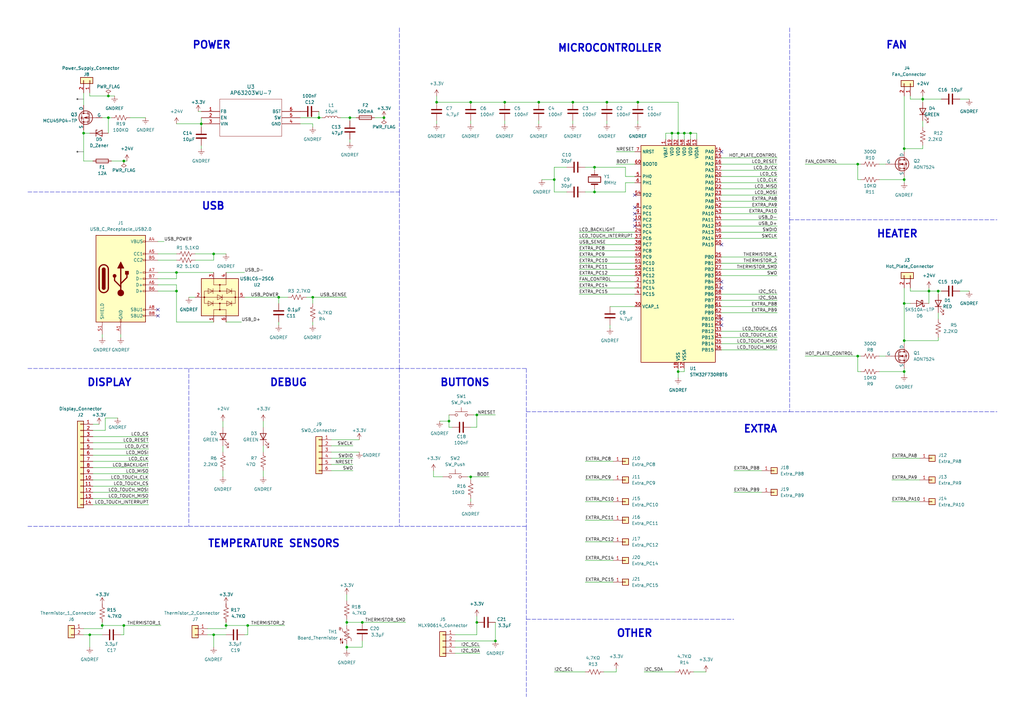
<source format=kicad_sch>
(kicad_sch (version 20230121) (generator eeschema)
  (paper "A3")
  (title_block (title "Hot plate controller") (date "2023-12-29") (rev "1.0") (company "Angelo Cipriani"))
  (junction (at 381 119.38))
  (junction (at 227.33 73.66))
  (junction (at 184.15 172.72))
  (junction (at 203.2 262.89))
  (junction (at 370.84 60.96))
  (junction (at 278.13 152.4))
  (junction (at 193.04 41.91))
  (junction (at 143.51 48.26))
  (junction (at 148.59 255.27))
  (junction (at 370.84 124.46))
  (junction (at 101.6 256.54))
  (junction (at 370.84 152.4))
  (junction (at 82.55 50.8))
  (junction (at 92.71 256.54))
  (junction (at 87.63 104.14))
  (junction (at 195.58 170.18))
  (junction (at 351.79 67.31))
  (junction (at 87.63 260.35))
  (junction (at 128.27 121.92))
  (junction (at 280.67 54.61))
  (junction (at 261.62 41.91))
  (junction (at 179.07 41.91))
  (junction (at 248.92 41.91))
  (junction (at 41.91 256.54))
  (junction (at 378.46 40.64))
  (junction (at 243.84 68.58))
  (junction (at 351.79 146.05))
  (junction (at 157.48 48.26))
  (junction (at 50.8 256.54))
  (junction (at 44.45 39.37))
  (junction (at 34.29 54.61))
  (junction (at 72.39 119.38))
  (junction (at 220.98 41.91))
  (junction (at 234.95 41.91))
  (junction (at 243.84 78.74))
  (junction (at 275.59 54.61))
  (junction (at 384.81 119.38))
  (junction (at 44.45 48.26))
  (junction (at 36.83 260.35))
  (junction (at 142.24 255.27))
  (junction (at 50.8 66.04))
  (junction (at 278.13 54.61))
  (junction (at 283.21 54.61))
  (junction (at 370.84 139.7))
  (junction (at 114.3 121.92))
  (junction (at 142.24 265.43))
  (junction (at 370.84 73.66))
  (junction (at 195.58 255.27))
  (junction (at 72.39 111.76))
  (junction (at 207.01 41.91))
  (junction (at 130.81 48.26))
  (junction (at 193.04 195.58))
  (no_connect (at 260.35 87.63))
  (no_connect (at 64.77 129.54))
  (no_connect (at 295.91 118.11))
  (no_connect (at 295.91 62.23))
  (no_connect (at 295.91 115.57))
  (no_connect (at 295.91 130.81))
  (no_connect (at 260.35 90.17))
  (no_connect (at 260.35 92.71))
  (no_connect (at 260.35 85.09))
  (no_connect (at 295.91 100.33))
  (no_connect (at 295.91 133.35))
  (no_connect (at 260.35 80.01))
  (no_connect (at 64.77 127))
  (wire (pts (xy 250.19 134.62) (xy 250.19 133.35)))
  (wire (pts (xy 107.95 172.72) (xy 107.95 175.26)))
  (wire (pts (xy 100.33 260.35) (xy 101.6 260.35)))
  (wire (pts (xy 130.81 48.26) (xy 132.08 48.26)))
  (wire (pts (xy 234.95 50.8) (xy 234.95 49.53)))
  (wire (pts (xy 295.91 105.41) (xy 318.77 105.41)))
  (wire (pts (xy 177.8 195.58) (xy 181.61 195.58)))
  (wire (pts (xy 107.95 193.04) (xy 107.95 195.58)))
  (wire (pts (xy 237.49 110.49) (xy 260.35 110.49)))
  (wire (pts (xy 295.91 77.47) (xy 318.77 77.47)))
  (wire (pts (xy 256.54 72.39) (xy 256.54 68.58)))
  (wire (pts (xy 180.34 172.72) (xy 184.15 172.72)))
  (wire (pts (xy 370.84 39.37) (xy 370.84 60.96)))
  (wire (pts (xy 351.79 67.31) (xy 351.79 73.66)))
  (wire (pts (xy 48.26 171.45) (xy 43.18 171.45)))
  (wire (pts (xy 114.3 121.92) (xy 118.11 121.92)))
  (wire (pts (xy 36.83 39.37) (xy 44.45 39.37)))
  (wire (pts (xy 300.99 193.04) (xy 312.42 193.04)))
  (wire (pts (xy 378.46 60.96) (xy 370.84 60.96)))
  (wire (pts (xy 280.67 151.13) (xy 280.67 152.4)))
  (wire (pts (xy 34.29 66.04) (xy 34.29 54.61)))
  (wire (pts (xy 240.03 78.74) (xy 243.84 78.74)))
  (wire (pts (xy 295.91 74.93) (xy 318.77 74.93)))
  (wire (pts (xy 370.84 139.7) (xy 370.84 140.97)))
  (wire (pts (xy 148.59 255.27) (xy 166.37 255.27)))
  (wire (pts (xy 193.04 204.47) (xy 193.04 205.74)))
  (wire (pts (xy 283.21 54.61) (xy 280.67 54.61)))
  (polyline (pts (xy 323.85 90.17) (xy 408.94 90.17)) (stroke (width 0) (type dash)))
  (polyline (pts (xy 11.43 215.9) (xy 77.47 215.9)) (stroke (width 0) (type dash)))
  (wire (pts (xy 203.2 255.27) (xy 203.2 262.89)))
  (wire (pts (xy 220.98 41.91) (xy 234.95 41.91)))
  (wire (pts (xy 240.03 196.85) (xy 251.46 196.85)))
  (wire (pts (xy 38.1 194.31) (xy 60.96 194.31)))
  (wire (pts (xy 130.81 45.72) (xy 130.81 48.26)))
  (wire (pts (xy 50.8 66.04) (xy 52.07 66.04)))
  (wire (pts (xy 289.56 275.59) (xy 284.48 275.59)))
  (polyline (pts (xy 120.65 215.9) (xy 163.83 215.9)) (stroke (width 0) (type dash)))
  (polyline (pts (xy 215.9 215.9) (xy 215.9 285.75)) (stroke (width 0) (type dash)))
  (wire (pts (xy 237.49 107.95) (xy 260.35 107.95)))
  (wire (pts (xy 378.46 40.64) (xy 373.38 40.64)))
  (wire (pts (xy 49.53 137.16) (xy 49.53 138.43)))
  (wire (pts (xy 72.39 116.84) (xy 72.39 119.38)))
  (wire (pts (xy 135.89 182.88) (xy 144.78 182.88)))
  (wire (pts (xy 101.6 256.54) (xy 101.6 260.35)))
  (wire (pts (xy 278.13 152.4) (xy 278.13 154.94)))
  (wire (pts (xy 365.76 196.85) (xy 377.19 196.85)))
  (wire (pts (xy 100.33 121.92) (xy 114.3 121.92)))
  (wire (pts (xy 80.01 106.68) (xy 87.63 106.68)))
  (wire (pts (xy 45.72 66.04) (xy 50.8 66.04)))
  (wire (pts (xy 384.81 128.27) (xy 384.81 130.81)))
  (wire (pts (xy 370.84 118.11) (xy 370.84 124.46)))
  (wire (pts (xy 378.46 59.69) (xy 378.46 60.96)))
  (wire (pts (xy 59.69 48.26) (xy 53.34 48.26)))
  (wire (pts (xy 260.35 72.39) (xy 256.54 72.39)))
  (wire (pts (xy 365.76 205.74) (xy 377.19 205.74)))
  (wire (pts (xy 114.3 133.35) (xy 114.3 132.08)))
  (wire (pts (xy 142.24 265.43) (xy 142.24 264.16)))
  (wire (pts (xy 195.58 252.73) (xy 195.58 255.27)))
  (wire (pts (xy 252.73 62.23) (xy 260.35 62.23)))
  (wire (pts (xy 278.13 151.13) (xy 278.13 152.4)))
  (wire (pts (xy 330.2 146.05) (xy 351.79 146.05)))
  (wire (pts (xy 72.39 111.76) (xy 87.63 111.76)))
  (wire (pts (xy 234.95 41.91) (xy 248.92 41.91)))
  (wire (pts (xy 237.49 113.03) (xy 260.35 113.03)))
  (wire (pts (xy 195.58 260.35) (xy 186.69 260.35)))
  (wire (pts (xy 193.04 50.8) (xy 193.04 49.53)))
  (wire (pts (xy 41.91 255.27) (xy 41.91 256.54)))
  (wire (pts (xy 295.91 123.19) (xy 318.77 123.19)))
  (wire (pts (xy 243.84 78.74) (xy 243.84 77.47)))
  (wire (pts (xy 92.71 132.08) (xy 99.06 132.08)))
  (wire (pts (xy 261.62 41.91) (xy 278.13 41.91)))
  (wire (pts (xy 72.39 119.38) (xy 72.39 132.08)))
  (wire (pts (xy 43.18 171.45) (xy 43.18 176.53)))
  (wire (pts (xy 360.68 146.05) (xy 363.22 146.05)))
  (wire (pts (xy 256.54 74.93) (xy 256.54 78.74)))
  (wire (pts (xy 273.05 54.61) (xy 273.05 57.15)))
  (wire (pts (xy 142.24 121.92) (xy 128.27 121.92)))
  (polyline (pts (xy 163.83 215.9) (xy 215.9 215.9)) (stroke (width 0) (type dash)))
  (wire (pts (xy 38.1 207.01) (xy 60.96 207.01)))
  (wire (pts (xy 36.83 260.35) (xy 41.91 260.35)))
  (wire (pts (xy 34.29 260.35) (xy 36.83 260.35)))
  (wire (pts (xy 240.03 205.74) (xy 251.46 205.74)))
  (wire (pts (xy 256.54 78.74) (xy 243.84 78.74)))
  (wire (pts (xy 128.27 124.46) (xy 128.27 121.92)))
  (wire (pts (xy 38.1 199.39) (xy 60.96 199.39)))
  (wire (pts (xy 72.39 111.76) (xy 72.39 114.3)))
  (wire (pts (xy 41.91 257.81) (xy 34.29 257.81)))
  (wire (pts (xy 60.96 191.77) (xy 38.1 191.77)))
  (polyline (pts (xy 323.85 11.43) (xy 323.85 90.17)) (stroke (width 0) (type dash)))
  (wire (pts (xy 43.18 176.53) (xy 38.1 176.53)))
  (wire (pts (xy 82.55 48.26) (xy 82.55 50.8)))
  (wire (pts (xy 195.58 170.18) (xy 203.2 170.18)))
  (wire (pts (xy 295.91 120.65) (xy 318.77 120.65)))
  (wire (pts (xy 384.81 138.43) (xy 384.81 139.7)))
  (wire (pts (xy 36.83 260.35) (xy 36.83 265.43)))
  (wire (pts (xy 227.33 78.74) (xy 232.41 78.74)))
  (wire (pts (xy 193.04 41.91) (xy 207.01 41.91)))
  (wire (pts (xy 280.67 54.61) (xy 278.13 54.61)))
  (wire (pts (xy 227.33 68.58) (xy 227.33 73.66)))
  (wire (pts (xy 41.91 138.43) (xy 41.91 137.16)))
  (wire (pts (xy 143.51 49.53) (xy 143.51 48.26)))
  (wire (pts (xy 38.1 196.85) (xy 60.96 196.85)))
  (wire (pts (xy 373.38 124.46) (xy 370.84 124.46)))
  (wire (pts (xy 370.84 74.93) (xy 370.84 73.66)))
  (wire (pts (xy 34.29 43.18) (xy 34.29 38.1)))
  (wire (pts (xy 397.51 40.64) (xy 393.7 40.64)))
  (wire (pts (xy 295.91 107.95) (xy 318.77 107.95)))
  (wire (pts (xy 227.33 73.66) (xy 222.25 73.66)))
  (wire (pts (xy 247.65 275.59) (xy 252.73 275.59)))
  (wire (pts (xy 248.92 41.91) (xy 261.62 41.91)))
  (wire (pts (xy 185.42 175.26) (xy 184.15 175.26)))
  (wire (pts (xy 295.91 135.89) (xy 318.77 135.89)))
  (wire (pts (xy 278.13 54.61) (xy 275.59 54.61)))
  (wire (pts (xy 64.77 99.06) (xy 67.31 99.06)))
  (wire (pts (xy 92.71 255.27) (xy 92.71 256.54)))
  (wire (pts (xy 237.49 115.57) (xy 260.35 115.57)))
  (wire (pts (xy 370.84 153.67) (xy 370.84 152.4)))
  (wire (pts (xy 275.59 54.61) (xy 275.59 57.15)))
  (wire (pts (xy 92.71 256.54) (xy 101.6 256.54)))
  (wire (pts (xy 295.91 92.71) (xy 318.77 92.71)))
  (wire (pts (xy 295.91 87.63) (xy 318.77 87.63)))
  (wire (pts (xy 135.89 193.04) (xy 144.78 193.04)))
  (wire (pts (xy 38.1 184.15) (xy 60.96 184.15)))
  (wire (pts (xy 50.8 256.54) (xy 50.8 260.35)))
  (wire (pts (xy 240.03 229.87) (xy 251.46 229.87)))
  (wire (pts (xy 243.84 68.58) (xy 243.84 69.85)))
  (wire (pts (xy 351.79 146.05) (xy 353.06 146.05)))
  (wire (pts (xy 240.03 275.59) (xy 227.33 275.59)))
  (wire (pts (xy 38.1 201.93) (xy 60.96 201.93)))
  (wire (pts (xy 179.07 39.37) (xy 179.07 41.91)))
  (wire (pts (xy 72.39 132.08) (xy 87.63 132.08)))
  (wire (pts (xy 64.77 106.68) (xy 72.39 106.68)))
  (wire (pts (xy 87.63 260.35) (xy 87.63 265.43)))
  (wire (pts (xy 295.91 138.43) (xy 318.77 138.43)))
  (wire (pts (xy 142.24 254) (xy 142.24 255.27)))
  (polyline (pts (xy 163.83 151.13) (xy 215.9 151.13)) (stroke (width 0) (type dash)))
  (wire (pts (xy 148.59 265.43) (xy 142.24 265.43)))
  (wire (pts (xy 123.19 50.8) (xy 128.27 50.8)))
  (wire (pts (xy 252.73 274.32) (xy 252.73 275.59)))
  (wire (pts (xy 260.35 74.93) (xy 256.54 74.93)))
  (wire (pts (xy 373.38 40.64) (xy 373.38 39.37)))
  (wire (pts (xy 237.49 118.11) (xy 260.35 118.11)))
  (wire (pts (xy 186.69 267.97) (xy 196.85 267.97)))
  (wire (pts (xy 378.46 41.91) (xy 378.46 40.64)))
  (wire (pts (xy 186.69 265.43) (xy 196.85 265.43)))
  (wire (pts (xy 370.84 73.66) (xy 370.84 72.39)))
  (wire (pts (xy 295.91 85.09) (xy 318.77 85.09)))
  (wire (pts (xy 87.63 260.35) (xy 92.71 260.35)))
  (wire (pts (xy 91.44 193.04) (xy 91.44 195.58)))
  (wire (pts (xy 92.71 257.81) (xy 85.09 257.81)))
  (wire (pts (xy 87.63 104.14) (xy 92.71 104.14)))
  (wire (pts (xy 193.04 175.26) (xy 195.58 175.26)))
  (wire (pts (xy 381 119.38) (xy 381 124.46)))
  (wire (pts (xy 397.51 119.38) (xy 393.7 119.38)))
  (wire (pts (xy 64.77 116.84) (xy 72.39 116.84)))
  (wire (pts (xy 295.91 125.73) (xy 318.77 125.73)))
  (wire (pts (xy 101.6 256.54) (xy 116.84 256.54)))
  (wire (pts (xy 123.19 48.26) (xy 130.81 48.26)))
  (wire (pts (xy 38.1 186.69) (xy 60.96 186.69)))
  (wire (pts (xy 283.21 54.61) (xy 283.21 57.15)))
  (wire (pts (xy 365.76 187.96) (xy 377.19 187.96)))
  (wire (pts (xy 194.31 170.18) (xy 195.58 170.18)))
  (wire (pts (xy 44.45 48.26) (xy 44.45 54.61)))
  (wire (pts (xy 72.39 50.8) (xy 82.55 50.8)))
  (wire (pts (xy 77.47 121.92) (xy 80.01 121.92)))
  (wire (pts (xy 237.49 95.25) (xy 260.35 95.25)))
  (wire (pts (xy 278.13 54.61) (xy 278.13 57.15)))
  (wire (pts (xy 280.67 54.61) (xy 280.67 57.15)))
  (wire (pts (xy 64.77 104.14) (xy 72.39 104.14)))
  (wire (pts (xy 82.55 60.96) (xy 82.55 59.69)))
  (wire (pts (xy 207.01 41.91) (xy 220.98 41.91)))
  (wire (pts (xy 91.44 182.88) (xy 91.44 185.42)))
  (wire (pts (xy 295.91 67.31) (xy 318.77 67.31)))
  (wire (pts (xy 38.1 179.07) (xy 60.96 179.07)))
  (wire (pts (xy 295.91 143.51) (xy 318.77 143.51)))
  (wire (pts (xy 143.51 48.26) (xy 146.05 48.26)))
  (wire (pts (xy 195.58 255.27) (xy 195.58 260.35)))
  (wire (pts (xy 125.73 121.92) (xy 128.27 121.92)))
  (wire (pts (xy 220.98 50.8) (xy 220.98 49.53)))
  (wire (pts (xy 240.03 222.25) (xy 251.46 222.25)))
  (polyline (pts (xy 77.47 151.13) (xy 77.47 215.9)) (stroke (width 0) (type dash)))
  (wire (pts (xy 240.03 238.76) (xy 251.46 238.76)))
  (polyline (pts (xy 215.9 151.13) (xy 215.9 215.9)) (stroke (width 0) (type dash)))
  (wire (pts (xy 237.49 120.65) (xy 260.35 120.65)))
  (wire (pts (xy 295.91 95.25) (xy 318.77 95.25)))
  (wire (pts (xy 261.62 50.8) (xy 261.62 49.53)))
  (wire (pts (xy 295.91 72.39) (xy 318.77 72.39)))
  (wire (pts (xy 295.91 64.77) (xy 318.77 64.77)))
  (wire (pts (xy 87.63 106.68) (xy 87.63 104.14)))
  (wire (pts (xy 295.91 69.85) (xy 318.77 69.85)))
  (wire (pts (xy 148.59 262.89) (xy 148.59 265.43)))
  (wire (pts (xy 50.8 256.54) (xy 66.04 256.54)))
  (wire (pts (xy 351.79 146.05) (xy 351.79 152.4)))
  (wire (pts (xy 82.55 52.07) (xy 82.55 50.8)))
  (wire (pts (xy 295.91 90.17) (xy 318.77 90.17)))
  (wire (pts (xy 248.92 50.8) (xy 248.92 49.53)))
  (wire (pts (xy 49.53 260.35) (xy 50.8 260.35)))
  (wire (pts (xy 38.1 204.47) (xy 60.96 204.47)))
  (wire (pts (xy 360.68 73.66) (xy 370.84 73.66)))
  (wire (pts (xy 370.84 124.46) (xy 370.84 139.7)))
  (wire (pts (xy 36.83 39.37) (xy 36.83 38.1)))
  (wire (pts (xy 252.73 67.31) (xy 260.35 67.31)))
  (wire (pts (xy 384.81 120.65) (xy 384.81 119.38)))
  (wire (pts (xy 41.91 256.54) (xy 41.91 257.81)))
  (wire (pts (xy 186.69 262.89) (xy 203.2 262.89)))
  (polyline (pts (xy 163.83 151.13) (xy 163.83 215.9)) (stroke (width 0) (type dash)))
  (wire (pts (xy 72.39 114.3) (xy 64.77 114.3)))
  (wire (pts (xy 85.09 260.35) (xy 87.63 260.35)))
  (wire (pts (xy 143.51 48.26) (xy 139.7 48.26)))
  (wire (pts (xy 278.13 41.91) (xy 278.13 54.61)))
  (wire (pts (xy 237.49 102.87) (xy 260.35 102.87)))
  (polyline (pts (xy 215.9 168.91) (xy 323.85 168.91)) (stroke (width 0) (type dash)))
  (wire (pts (xy 38.1 189.23) (xy 60.96 189.23)))
  (wire (pts (xy 64.77 111.76) (xy 72.39 111.76)))
  (wire (pts (xy 370.84 152.4) (xy 370.84 151.13)))
  (wire (pts (xy 80.01 104.14) (xy 87.63 104.14)))
  (wire (pts (xy 142.24 255.27) (xy 142.24 256.54)))
  (wire (pts (xy 143.51 58.42) (xy 143.51 57.15)))
  (wire (pts (xy 330.2 67.31) (xy 351.79 67.31)))
  (wire (pts (xy 370.84 60.96) (xy 370.84 62.23)))
  (wire (pts (xy 275.59 54.61) (xy 273.05 54.61)))
  (wire (pts (xy 237.49 100.33) (xy 260.35 100.33)))
  (polyline (pts (xy 163.83 11.43) (xy 163.83 78.74)) (stroke (width 0) (type dash)))
  (wire (pts (xy 193.04 195.58) (xy 200.66 195.58)))
  (wire (pts (xy 384.81 139.7) (xy 370.84 139.7)))
  (wire (pts (xy 278.13 152.4) (xy 280.67 152.4)))
  (polyline (pts (xy 77.47 215.9) (xy 120.65 215.9)) (stroke (width 0) (type dash)))
  (wire (pts (xy 179.07 50.8) (xy 179.07 49.53)))
  (wire (pts (xy 45.72 48.26) (xy 44.45 48.26)))
  (wire (pts (xy 91.44 172.72) (xy 91.44 175.26)))
  (wire (pts (xy 295.91 80.01) (xy 318.77 80.01)))
  (wire (pts (xy 227.33 78.74) (xy 227.33 73.66)))
  (wire (pts (xy 34.29 54.61) (xy 34.29 53.34)))
  (wire (pts (xy 142.24 255.27) (xy 148.59 255.27)))
  (wire (pts (xy 381 118.11) (xy 381 119.38)))
  (wire (pts (xy 142.24 266.7) (xy 142.24 265.43)))
  (wire (pts (xy 378.46 39.37) (xy 378.46 40.64)))
  (wire (pts (xy 386.08 119.38) (xy 384.81 119.38)))
  (wire (pts (xy 128.27 52.07) (xy 128.27 50.8)))
  (wire (pts (xy 177.8 193.04) (xy 177.8 195.58)))
  (wire (pts (xy 193.04 195.58) (xy 193.04 196.85)))
  (wire (pts (xy 378.46 49.53) (xy 378.46 52.07)))
  (wire (pts (xy 351.79 73.66) (xy 353.06 73.66)))
  (wire (pts (xy 360.68 67.31) (xy 363.22 67.31)))
  (wire (pts (xy 373.38 119.38) (xy 373.38 118.11)))
  (wire (pts (xy 232.41 68.58) (xy 227.33 68.58)))
  (wire (pts (xy 135.89 190.5) (xy 144.78 190.5)))
  (wire (pts (xy 191.77 195.58) (xy 193.04 195.58)))
  (wire (pts (xy 135.89 180.34) (xy 147.32 180.34)))
  (wire (pts (xy 92.71 256.54) (xy 92.71 257.81)))
  (wire (pts (xy 250.19 125.73) (xy 260.35 125.73)))
  (wire (pts (xy 295.91 97.79) (xy 318.77 97.79)))
  (wire (pts (xy 135.89 185.42) (xy 147.32 185.42)))
  (wire (pts (xy 107.95 182.88) (xy 107.95 185.42)))
  (wire (pts (xy 41.91 256.54) (xy 50.8 256.54)))
  (wire (pts (xy 64.77 119.38) (xy 72.39 119.38)))
  (wire (pts (xy 114.3 121.92) (xy 114.3 124.46)))
  (wire (pts (xy 256.54 68.58) (xy 243.84 68.58)))
  (wire (pts (xy 295.91 140.97) (xy 318.77 140.97)))
  (wire (pts (xy 295.91 110.49) (xy 318.77 110.49)))
  (polyline (pts (xy 163.83 78.74) (xy 163.83 151.13)) (stroke (width 0) (type dash)))
  (wire (pts (xy 240.03 189.23) (xy 251.46 189.23)))
  (wire (pts (xy 351.79 152.4) (xy 353.06 152.4)))
  (wire (pts (xy 153.67 48.26) (xy 157.48 48.26)))
  (wire (pts (xy 285.75 57.15) (xy 285.75 54.61)))
  (wire (pts (xy 46.99 39.37) (xy 44.45 39.37)))
  (wire (pts (xy 184.15 172.72) (xy 184.15 170.18)))
  (wire (pts (xy 240.03 213.36) (xy 251.46 213.36)))
  (wire (pts (xy 295.91 82.55) (xy 318.77 82.55)))
  (wire (pts (xy 207.01 50.8) (xy 207.01 49.53)))
  (wire (pts (xy 195.58 175.26) (xy 195.58 170.18)))
  (wire (pts (xy 40.64 173.99) (xy 38.1 173.99)))
  (wire (pts (xy 373.38 119.38) (xy 381 119.38)))
  (wire (pts (xy 184.15 175.26) (xy 184.15 172.72)))
  (wire (pts (xy 81.28 45.72) (xy 82.55 45.72)))
  (wire (pts (xy 237.49 105.41) (xy 260.35 105.41)))
  (wire (pts (xy 295.91 128.27) (xy 318.77 128.27)))
  (wire (pts (xy 295.91 113.03) (xy 318.77 113.03)))
  (wire (pts (xy 128.27 132.08) (xy 128.27 133.35)))
  (wire (pts (xy 285.75 54.61) (xy 283.21 54.61)))
  (wire (pts (xy 381 119.38) (xy 384.81 119.38)))
  (wire (pts (xy 237.49 97.79) (xy 260.35 97.79)))
  (polyline (pts (xy 11.43 78.74) (xy 163.83 78.74)) (stroke (width 0) (type dash)))
  (wire (pts (xy 276.86 275.59) (xy 264.16 275.59)))
  (wire (pts (xy 300.99 201.93) (xy 312.42 201.93)))
  (polyline (pts (xy 215.9 254) (xy 300.99 254)) (stroke (width 0) (type dash)))
  (wire (pts (xy 240.03 68.58) (xy 243.84 68.58)))
  (wire (pts (xy 179.07 41.91) (xy 193.04 41.91)))
  (polyline (pts (xy 11.43 151.13) (xy 163.83 151.13)) (stroke (width 0) (type dash)))
  (wire (pts (xy 36.83 54.61) (xy 34.29 54.61)))
  (wire (pts (xy 92.71 111.76) (xy 100.33 111.76)))
  (polyline (pts (xy 323.85 90.17) (xy 323.85 168.91)) (stroke (width 0) (type dash)))
  (wire (pts (xy 360.68 152.4) (xy 370.84 152.4)))
  (wire (pts (xy 351.79 67.31) (xy 353.06 67.31)))
  (wire (pts (xy 38.1 181.61) (xy 60.96 181.61)))
  (wire (pts (xy 386.08 40.64) (xy 378.46 40.64)))
  (wire (pts (xy 38.1 66.04) (xy 34.29 66.04)))
  (wire (pts (xy 142.24 246.38) (xy 142.24 243.84)))
  (wire (pts (xy 44.45 48.26) (xy 41.91 48.26)))
  (wire (pts (xy 135.89 187.96) (xy 144.78 187.96)))
  (polyline (pts (xy 323.85 168.91) (xy 408.94 168.91)) (stroke (width 0) (type dash)))
  (text "DEBUG" (at 110.49 158.75 0) (effects (font (size 3 3) bold) (justify left bottom)))
  (text "POWER" (at 78.74 20.32 0) (effects (font (size 3 3) bold) (justify left bottom)))
  (text "DISPLAY" (at 35.56 158.75 0) (effects (font (size 3 3) bold) (justify left bottom)))
  (text "MICROCONTROLLER" (at 228.6 21.59 0) (effects (font (size 3 3) bold) (justify left bottom)))
  (text "USB" (at 82.55 86.36 0) (effects (font (size 3 3) bold) (justify left bottom)))
  (text "BUTTONS" (at 180.34 158.75 0) (effects (font (size 3 3) bold) (justify left bottom)))
  (text "HEATER" (at 359.41 97.79 0) (effects (font (size 3 3) bold) (justify left bottom)))
  (text "OTHER" (at 252.73 261.62 0) (effects (font (size 3 3) bold) (justify left bottom)))
  (text "FAN" (at 363.22 20.32 0) (effects (font (size 3 3) bold) (justify left bottom)))
  (text "EXTRA" (at 304.8 177.8 0) (effects (font (size 3 3) bold) (justify left bottom)))
  (text "TEMPERATURE SENSORS" (at 85.09 224.79 0) (effects (font (size 3 3) bold) (justify left bottom)))
  (label "USB_D+" (at 99.06 132.08 0))
  (label "EXTRA_PC10" (at 237.49 107.95 0))
  (label "LCD_TOUCH_MISO" (at 60.96 204.47 180))
  (label "SWO" (at 318.77 113.03 180))
  (label "EXTRA_PA10" (at 318.77 87.63 180))
  (label "LCD_RESET" (at 60.96 181.61 180))
  (label "LCD_D{slash}CX" (at 318.77 69.85 180))
  (label "THERMISTOR_SMD" (at 166.37 255.27 180))
  (label "LCD_TOUCH_MISO" (at 318.77 140.97 180))
  (label "EXTRA_PB9" (at 300.99 201.93 0))
  (label "NRESET" (at 203.2 170.18 180))
  (label "LCD_D{slash}CX" (at 60.96 184.15 180))
  (label "LCD_TOUCH_CLK" (at 318.77 138.43 180))
  (label "LCD_CLK" (at 60.96 189.23 180))
  (label "EXTRA_PB9" (at 318.77 128.27 180))
  (label "I2C_SCL" (at 196.85 265.43 180))
  (label "LCD_TOUCH_MOSI" (at 318.77 143.51 180))
  (label "EXTRA_PB8" (at 300.99 193.04 0))
  (label "EXTRA_PC8" (at 237.49 102.87 0))
  (label "THERMISTOR_2" (at 116.84 256.54 180))
  (label "EXTRA_PC10" (at 240.03 205.74 0))
  (label "EXTRA_PC11" (at 237.49 110.49 0))
  (label "LCD_TOUCH_INTERRUPT" (at 237.49 97.79 0))
  (label "THERMISTOR_1" (at 66.04 256.54 180))
  (label "I2C_SDA" (at 264.16 275.59 0))
  (label "EXTRA_PB8" (at 318.77 125.73 180))
  (label "EXTRA_PC14" (at 240.03 229.87 0))
  (label "BOOT" (at 200.66 195.58 180))
  (label "EXTRA_PA9" (at 318.77 85.09 180))
  (label "NRESET" (at 252.73 62.23 0))
  (label "SWDIO" (at 144.78 187.96 180))
  (label "LCD_TOUCH_INTERRUPT" (at 60.96 207.01 180))
  (label "LCD_TOUCH_CLK" (at 60.96 196.85 180))
  (label "LCD_BACKLIGHT" (at 60.96 191.77 180))
  (label "I2C_SDA" (at 318.77 123.19 180))
  (label "THERMISTOR_2" (at 318.77 107.95 180))
  (label "FAN_CONTROL" (at 237.49 115.57 0))
  (label "LCD_TOUCH_MOSI" (at 60.96 201.93 180))
  (label "SWCLK" (at 144.78 182.88 180))
  (label "EXTRA_PC12" (at 237.49 113.03 0))
  (label "LCD_TOUCH_CS" (at 318.77 135.89 180))
  (label "HOT_PLATE_CONTROL" (at 330.2 146.05 0))
  (label "NRESET" (at 144.78 190.5 180))
  (label "EXTRA_PA9" (at 365.76 196.85 0))
  (label "LCD_CS" (at 318.77 72.39 180))
  (label "USB_D-" (at 318.77 90.17 180))
  (label "USB_SENSE" (at 237.49 100.33 0))
  (label "EXTRA_PC15" (at 240.03 238.76 0))
  (label "LCD_RESET" (at 318.77 67.31 180))
  (label "EXTRA_PC8" (at 240.03 189.23 0))
  (label "SWCLK" (at 318.77 97.79 180))
  (label "USB_POWER" (at 102.87 121.92 0))
  (label "LCD_MISO" (at 318.77 77.47 180))
  (label "LCD_MOSI" (at 60.96 186.69 180))
  (label "LCD_TOUCH_CS" (at 60.96 199.39 180))
  (label "HOT_PLATE_CONTROL" (at 318.77 64.77 180))
  (label "LCD_MISO" (at 60.96 194.31 180))
  (label "EXTRA_PC9" (at 237.49 105.41 0))
  (label "THERMISTOR_SMD" (at 318.77 110.49 180))
  (label "EXTRA_PC12" (at 240.03 222.25 0))
  (label "USB_POWER" (at 67.31 99.06 0))
  (label "I2C_SCL" (at 227.33 275.59 0))
  (label "EXTRA_PA8" (at 318.77 82.55 180))
  (label "USB_D-" (at 100.33 111.76 0))
  (label "EXTRA_PC14" (at 237.49 118.11 0))
  (label "EXTRA_PC15" (at 237.49 120.65 0))
  (label "SWDIO" (at 318.77 95.25 180))
  (label "SWO" (at 144.78 193.04 180))
  (label "USB_D+" (at 318.77 92.71 180))
  (label "LCD_CLK" (at 318.77 74.93 180))
  (label "BOOT" (at 252.73 67.31 0))
  (label "EXTRA_PA8" (at 365.76 187.96 0))
  (label "I2C_SCL" (at 318.77 120.65 180))
  (label "THERMISTOR_1" (at 318.77 105.41 180))
  (label "FAN_CONTROL" (at 330.2 67.31 0))
  (label "EXTRA_PA10" (at 365.76 205.74 0))
  (label "LCD_CS" (at 60.96 179.07 180))
  (label "EXTRA_PC9" (at 240.03 196.85 0))
  (label "EXTRA_PC11" (at 240.03 213.36 0))
  (label "LCD_MOSI" (at 318.77 80.01 180))
  (label "USB_SENSE" (at 142.24 121.92 180))
  (label "I2C_SDA" (at 196.85 267.97 180))
  (label "LCD_BACKLIGHT" (at 237.49 95.25 0))
  (netclass_flag "" (length 2.54) (shape dot) (at 34.29 62.23 90) (property "Netclass" "10A" (effects hide)))
  (netclass_flag "" (length 2.54) (shape dot) (at 34.29 40.64 90) (property "Netclass" "10A" (effects hide)))
  (symbol (lib_id "Project:+3.3V") (at 40.64 173.99 0) (unit 1)
    (property "Reference" "#PWR029" (effects hide))
    (property "Value" "+3.3V" (at 40.64 170.18 0))
  )
  (symbol (lib_id "Project:PMOS") (at 36.83 48.26 0) (mirror y) (unit 1)
    (property "Reference" "Q3" (at 31.75 46.99 0) (effects (justify left)))
    (property "Value" "MCU45P04-TP" (at 31.75 49.53 0) (effects (justify left)))
    (property "Footprint" "Project:TO-252-2" (effects hide))
    (property "Datasheet" "https://ngspice.sourceforge.io/docs/ngspice-manual.pdf" (effects hide))
    (property "Sim.Device" "PMOS" (effects hide))
    (property "Sim.Type" "VDMOS" (effects hide))
    (property "Sim.Pins" "1=D 2=G 3=S" (effects hide))
  )
  (symbol (lib_id "Project:GNDREF") (at 128.27 133.35 0) (mirror y) (unit 1)
    (property "Reference" "#PWR017" (effects hide))
    (property "Value" "GNDREF" (at 128.27 138.43 0))
  )
  (symbol (lib_id "Project:Conn_01x14") (at 33.02 189.23 0) (mirror y) (unit 1)
    (property "Reference" "J2" (at 33.02 170.18 0))
    (property "Value" "Display_Connector" (at 33.02 167.64 0))
    (property "Footprint" "Project:PinHeader_1x14_P2.54mm_Vertical" (effects hide))
  )
  (symbol (lib_id "Project:Conn_01x01") (at 256.54 213.36 0) (unit 1)
    (property "Reference" "J16" (at 259.08 212.09 0) (effects (justify left)))
    (property "Value" "Extra_PC11" (at 259.08 214.63 0) (effects (justify left)))
    (property "Footprint" "Project:PinHeader_1x01_P2.54mm_Vertical" (effects hide))
  )
  (symbol (lib_id "Project:+3.3V") (at 157.48 48.26 0) (unit 1)
    (property "Reference" "#PWR028" (effects hide))
    (property "Value" "+3.3V" (at 157.48 44.45 0))
  )
  (symbol (lib_id "Project:Fuse") (at 41.91 66.04 90) (unit 1)
    (property "Reference" "F1" (at 41.91 68.58 90))
    (property "Value" "12A" (at 41.91 71.12 90))
    (property "Footprint" "Project:Fuse_1206_3216Metric_Pad1.42x1.75mm_HandSolder" (effects hide))
  )
  (symbol (lib_id "Project:GNDREF") (at 143.51 58.42 0) (unit 1)
    (property "Reference" "#PWR025" (effects hide))
    (property "Value" "GNDREF" (at 143.51 63.5 0))
  )
  (symbol (lib_id "Project:R_US") (at 107.95 189.23 0) (unit 1)
    (property "Reference" "R7" (at 104.14 187.96 0))
    (property "Value" "47Ω" (at 102.87 190.5 0))
    (property "Footprint" "Project:R_0805_2012Metric_Pad1.20x1.40mm_HandSolder" (effects hide))
  )
  (symbol (lib_id "Project:GNDREF") (at 41.91 138.43 0) (unit 1)
    (property "Reference" "#PWR012" (effects hide))
    (property "Value" "GNDREF" (at 41.91 143.51 0))
  )
  (symbol (lib_id "Project:Conn_01x02") (at 373.38 34.29 270) (mirror x) (unit 1)
    (property "Reference" "J4" (at 370.84 27.94 90) (effects (justify left)))
    (property "Value" "Fan_Connector" (at 365.76 30.48 90) (effects (justify left)))
    (property "Footprint" "Project:PinHeader_1x02_P2.54mm_Vertical" (effects hide))
  )
  (symbol (lib_id "Project:GNDREF") (at 250.19 134.62 0) (unit 1)
    (property "Reference" "#PWR010" (effects hide))
    (property "Value" "GNDREF" (at 250.19 139.7 0))
  )
  (symbol (lib_id "Project:GNDREF") (at 222.25 73.66 0) (unit 1)
    (property "Reference" "#PWR011" (effects hide))
    (property "Value" "GNDREF" (at 222.25 78.74 0))
  )
  (symbol (lib_id "Project:GNDREF") (at 207.01 50.8 0) (unit 1)
    (property "Reference" "#PWR03" (effects hide))
    (property "Value" "GNDREF" (at 207.01 55.88 0))
  )
  (symbol (lib_id "Project:USB_C_Receptacle_USB2.0") (at 49.53 114.3 0) (unit 1)
    (property "Reference" "J1" (at 49.53 91.44 0))
    (property "Value" "USB_C_Receptacle_USB2.0" (at 49.53 93.98 0))
    (property "Footprint" "Project:USB_C_Receptacle_GCT_USB4085" (effects hide))
    (property "Datasheet" "https://www.usb.org/sites/default/files/documents/usb_type-c.zip" (effects hide))
  )
  (symbol (lib_id "Project:GNDREF") (at 179.07 50.8 0) (unit 1)
    (property "Reference" "#PWR08" (effects hide))
    (property "Value" "GNDREF" (at 179.07 55.88 0))
  )
  (symbol (lib_id "Project:GNDREF") (at 397.51 119.38 0) (unit 1)
    (property "Reference" "#PWR031" (effects hide))
    (property "Value" "GNDREF" (at 397.51 124.46 0))
  )
  (symbol (lib_id "Project:GNDREF") (at 180.34 172.72 0) (unit 1)
    (property "Reference" "#PWR041" (effects hide))
    (property "Value" "GNDREF" (at 180.34 177.8 0))
  )
  (symbol (lib_id "Project:Conn_01x06") (at 130.81 185.42 0) (mirror y) (unit 1)
    (property "Reference" "J9" (at 130.81 173.99 0))
    (property "Value" "SWD_Connector" (at 130.81 176.53 0))
    (property "Footprint" "Project:PinHeader_1x06_P2.54mm_Vertical" (effects hide))
  )
  (symbol (lib_id "Project:GNDREF") (at 397.51 40.64 0) (unit 1)
    (property "Reference" "#PWR034" (effects hide))
    (property "Value" "GNDREF" (at 397.51 45.72 0))
  )
  (symbol (lib_id "Project:GNDREF") (at 49.53 138.43 0) (unit 1)
    (property "Reference" "#PWR013" (effects hide))
    (property "Value" "GNDREF" (at 49.53 143.51 0))
  )
  (symbol (lib_id "Project:C") (at 148.59 259.08 180) (unit 1)
    (property "Reference" "C20" (at 153.67 257.81 0))
    (property "Value" "3.3μF" (at 154.94 260.35 0))
    (property "Footprint" "Project:C_0805_2012Metric_Pad1.18x1.45mm_HandSolder" (effects hide))
  )
  (symbol (lib_id "Project:AP63203WU-7") (at 82.55 45.72 0) (unit 1)
    (property "Reference" "U3" (at 102.87 35.56 0) (effects (font (size 1.524 1.524))))
    (property "Value" "AP63203WU-7" (at 102.87 38.1 0) (effects (font (size 1.524 1.524))))
    (property "Footprint" "Project:AP63203WU-7_DIO" (effects hide))
    (property "Datasheet" "https://www.diodes.com/assets/Datasheets/AP63200-AP63201-AP63203-AP63205.pdf" (effects hide))
  )
  (symbol (lib_id "Project:Conn_01x01") (at 382.27 205.74 0) (unit 1)
    (property "Reference" "J14" (at 384.81 204.47 0) (effects (justify left)))
    (property "Value" "Extra_PA10" (at 384.81 207.01 0) (effects (justify left)))
    (property "Footprint" "Project:PinHeader_1x01_P2.54mm_Vertical" (effects hide))
  )
  (symbol (lib_id "Project:Conn_01x02") (at 80.01 257.81 0) (mirror y) (unit 1)
    (property "Reference" "J7" (at 81.28 254 0) (effects (justify left)))
    (property "Value" "Thermistor_2_Connector" (at 90.17 251.46 0) (effects (justify left)))
    (property "Footprint" "Project:PinHeader_1x02_P2.54mm_Vertical" (effects hide))
  )
  (symbol (lib_id "Project:+24V") (at 378.46 39.37 0) (unit 1)
    (property "Reference" "#PWR033" (effects hide))
    (property "Value" "+24V" (at 378.46 34.29 0))
  )
  (symbol (lib_id "Project:+3.3V") (at 142.24 243.84 0) (unit 1)
    (property "Reference" "#PWR047" (effects hide))
    (property "Value" "+3.3V" (at 142.24 240.03 0))
  )
  (symbol (lib_id "Project:GNDREF") (at 107.95 195.58 0) (unit 1)
    (property "Reference" "#PWR023" (effects hide))
    (property "Value" "GNDREF" (at 107.95 200.66 0))
  )
  (symbol (lib_id "Project:SW_Push") (at 186.69 195.58 0) (unit 1)
    (property "Reference" "SW2" (at 186.69 187.96 0))
    (property "Value" "SW_Push" (at 186.69 190.5 0))
    (property "Footprint" "Project:SW_LS38J2F-T" (effects hide))
  )
  (symbol (lib_id "Project:GNDREF") (at 46.99 39.37 0) (unit 1)
    (property "Reference" "#PWR048" (effects hide))
    (property "Value" "GNDREF" (at 46.99 44.45 0))
  )
  (symbol (lib_id "Project:+3.3V") (at 195.58 252.73 0) (unit 1)
    (property "Reference" "#PWR035" (effects hide))
    (property "Value" "+3.3V" (at 195.58 247.65 0))
  )
  (symbol (lib_id "Project:Thermistor_NTC_US") (at 142.24 260.35 0) (unit 1)
    (property "Reference" "TH1" (at 134.62 259.08 0) (effects (justify left)))
    (property "Value" "Board_Thermistor" (at 121.92 261.62 0) (effects (justify left)))
    (property "Footprint" "Project:R_0805_2012Metric_Pad1.20x1.40mm_HandSolder" (effects hide))
  )
  (symbol (lib_id "Project:R_US") (at 49.53 48.26 90) (unit 1)
    (property "Reference" "R19" (at 49.53 50.8 90))
    (property "Value" "100KΩ" (at 49.53 53.34 90))
    (property "Footprint" "Project:R_0805_2012Metric_Pad1.20x1.40mm_HandSolder" (effects hide))
  )
  (symbol (lib_id "Project:C") (at 236.22 68.58 90) (unit 1)
    (property "Reference" "C10" (at 232.41 63.5 90))
    (property "Value" "30pF" (at 232.41 66.04 90))
    (property "Footprint" "Project:C_0805_2012Metric_Pad1.18x1.45mm_HandSolder" (effects hide))
  )
  (symbol (lib_id "Project:PWR_FLAG") (at 44.45 39.37 0) (unit 1)
    (property "Reference" "#FLG01" (effects hide))
    (property "Value" "PWR_FLAG" (at 44.45 35.56 0))
  )
  (symbol (lib_id "Project:GNDREF") (at 278.13 154.94 0) (unit 1)
    (property "Reference" "#PWR01" (effects hide))
    (property "Value" "GNDREF" (at 278.13 160.02 0))
  )
  (symbol (lib_id "Project:+3.3V") (at 41.91 247.65 0) (unit 1)
    (property "Reference" "#PWR040" (effects hide))
    (property "Value" "+3.3V" (at 41.91 243.84 0))
  )
  (symbol (lib_id "Project:GNDREF") (at 370.84 74.93 0) (unit 1)
    (property "Reference" "#PWR032" (effects hide))
    (property "Value" "GNDREF" (at 370.84 80.01 0))
  )
  (symbol (lib_id "Project:C") (at 189.23 175.26 90) (unit 1)
    (property "Reference" "C18" (at 189.23 179.07 90))
    (property "Value" "100nF" (at 189.23 181.61 90))
    (property "Footprint" "Project:C_0805_2012Metric_Pad1.18x1.45mm_HandSolder" (effects hide))
  )
  (symbol (lib_id "Project:C") (at 389.89 40.64 90) (unit 1)
    (property "Reference" "C16" (at 388.62 36.83 90) (effects (justify left)))
    (property "Value" "10μF" (at 394.97 36.83 90) (effects (justify left)))
    (property "Footprint" "Project:C_0805_2012Metric_Pad1.18x1.45mm_HandSolder" (effects hide))
  )
  (symbol (lib_id "Project:C") (at 82.55 55.88 0) (unit 1)
    (property "Reference" "C14" (at 74.93 54.61 0) (effects (justify left)))
    (property "Value" "10μF" (at 74.93 57.15 0) (effects (justify left)))
    (property "Footprint" "Project:C_0805_2012Metric_Pad1.18x1.45mm_HandSolder" (effects hide))
  )
  (symbol (lib_id "Project:GNDREF") (at 203.2 262.89 0) (unit 1)
    (property "Reference" "#PWR036" (effects hide))
    (property "Value" "GNDREF" (at 203.2 267.97 0))
  )
  (symbol (lib_id "Project:C") (at 193.04 45.72 0) (unit 1)
    (property "Reference" "C6" (at 196.85 44.45 0) (effects (justify left)))
    (property "Value" "100nF" (at 196.85 46.99 0) (effects (justify left)))
    (property "Footprint" "Project:C_0805_2012Metric_Pad1.18x1.45mm_HandSolder" (effects hide))
  )
  (symbol (lib_id "Project:GNDREF") (at 91.44 195.58 0) (unit 1)
    (property "Reference" "#PWR021" (effects hide))
    (property "Value" "GNDREF" (at 91.44 200.66 0))
  )
  (symbol (lib_id "Project:LED") (at 384.81 124.46 90) (unit 1)
    (property "Reference" "D1" (at 388.62 123.19 90))
    (property "Value" "RED" (at 388.62 125.73 90))
    (property "Footprint" "Project:LED_0603_1608Metric_Pad1.05x0.95mm_HandSolder" (effects hide))
  )
  (symbol (lib_id "Project:GNDREF") (at 261.62 50.8 0) (unit 1)
    (property "Reference" "#PWR07" (effects hide))
    (property "Value" "GNDREF" (at 261.62 55.88 0))
  )
  (symbol (lib_id "Project:+3.3V") (at 252.73 274.32 0) (unit 1)
    (property "Reference" "#PWR037" (effects hide))
    (property "Value" "+3.3V" (at 252.73 269.24 0))
  )
  (symbol (lib_id "Project:R_US") (at 378.46 55.88 0) (unit 1)
    (property "Reference" "R12" (at 384.81 54.61 0))
    (property "Value" "2.2KΩ" (at 383.54 57.15 0))
    (property "Footprint" "Project:R_0805_2012Metric_Pad1.20x1.40mm_HandSolder" (effects hide))
  )
  (symbol (lib_id "Project:+24V") (at 381 118.11 0) (unit 1)
    (property "Reference" "#PWR018" (effects hide))
    (property "Value" "+24V" (at 381 113.03 0))
  )
  (symbol (lib_id "Project:R_US") (at 356.87 67.31 270) (unit 1)
    (property "Reference" "R10" (at 356.87 64.77 90))
    (property "Value" "300Ω" (at 356.87 62.23 90))
    (property "Footprint" "Project:R_0805_2012Metric_Pad1.20x1.40mm_HandSolder" (effects hide))
  )
  (symbol (lib_id "Project:GNDREF") (at 220.98 50.8 0) (unit 1)
    (property "Reference" "#PWR04" (effects hide))
    (property "Value" "GNDREF" (at 220.98 55.88 0))
  )
  (symbol (lib_id "Project:D_Schottky") (at 377.19 124.46 180) (unit 1)
    (property "Reference" "D6" (at 377.19 129.54 0))
    (property "Value" "SK510A-LTP" (at 377.19 127 0))
    (property "Footprint" "Project:SMADO-214AC_LEAD-FRAME_MCC-L" (effects hide))
  )
  (symbol (lib_id "Project:Conn_01x01") (at 317.5 201.93 0) (unit 1)
    (property "Reference" "J19" (at 320.04 200.66 0) (effects (justify left)))
    (property "Value" "Extra_PB9" (at 320.04 203.2 0) (effects (justify left)))
    (property "Footprint" "Project:PinHeader_1x01_P2.54mm_Vertical" (effects hide))
  )
  (symbol (lib_id "Project:+3.3V") (at 107.95 172.72 0) (unit 1)
    (property "Reference" "#PWR022" (effects hide))
    (property "Value" "+3.3V" (at 107.95 167.64 0))
  )
  (symbol (lib_id "Project:C") (at 389.89 119.38 90) (unit 1)
    (property "Reference" "C15" (at 388.62 115.57 90) (effects (justify left)))
    (property "Value" "10μF" (at 394.97 115.57 90) (effects (justify left)))
    (property "Footprint" "Project:C_0805_2012Metric_Pad1.18x1.45mm_HandSolder" (effects hide))
  )
  (symbol (lib_id "Project:C") (at 261.62 45.72 0) (unit 1)
    (property "Reference" "C1" (at 265.43 44.45 0) (effects (justify left)))
    (property "Value" "100nF" (at 265.43 46.99 0) (effects (justify left)))
    (property "Footprint" "Project:C_0805_2012Metric_Pad1.18x1.45mm_HandSolder" (effects hide))
  )
  (symbol (lib_id "Project:C") (at 199.39 255.27 270) (unit 1)
    (property "Reference" "C21" (at 205.74 254 90))
    (property "Value" "3.3μF" (at 207.01 256.54 90))
    (property "Footprint" "Project:C_0805_2012Metric_Pad1.18x1.45mm_HandSolder" (effects hide))
  )
  (symbol (lib_id "Project:R_US") (at 356.87 146.05 270) (unit 1)
    (property "Reference" "R8" (at 356.87 143.51 90))
    (property "Value" "300Ω" (at 356.87 140.97 90))
    (property "Footprint" "Project:R_0805_2012Metric_Pad1.20x1.40mm_HandSolder" (effects hide))
  )
  (symbol (lib_id "Project:GNDREF") (at 92.71 104.14 0) (unit 1)
    (property "Reference" "#PWR014" (effects hide))
    (property "Value" "GNDREF" (at 92.71 109.22 0))
  )
  (symbol (lib_id "Project:C") (at 248.92 45.72 0) (unit 1)
    (property "Reference" "C2" (at 252.73 44.45 0) (effects (justify left)))
    (property "Value" "100nF" (at 252.73 46.99 0) (effects (justify left)))
    (property "Footprint" "Project:C_0805_2012Metric_Pad1.18x1.45mm_HandSolder" (effects hide))
  )
  (symbol (lib_id "Project:R_US") (at 128.27 128.27 0) (mirror y) (unit 1)
    (property "Reference" "R4" (at 132.08 130.81 0))
    (property "Value" "4.7KΩ" (at 133.35 128.27 0))
    (property "Footprint" "Project:R_0805_2012Metric_Pad1.20x1.40mm_HandSolder" (effects hide))
  )
  (symbol (lib_id "Project:Conn_01x01") (at 256.54 229.87 0) (unit 1)
    (property "Reference" "J20" (at 259.08 228.6 0) (effects (justify left)))
    (property "Value" "Extra_PC14" (at 259.08 231.14 0) (effects (justify left)))
    (property "Footprint" "Project:PinHeader_1x01_P2.54mm_Vertical" (effects hide))
  )
  (symbol (lib_id "Project:Conn_01x01") (at 382.27 196.85 0) (unit 1)
    (property "Reference" "J13" (at 384.81 195.58 0) (effects (justify left)))
    (property "Value" "Extra_PA9" (at 384.81 198.12 0) (effects (justify left)))
    (property "Footprint" "Project:PinHeader_1x01_P2.54mm_Vertical" (effects hide))
  )
  (symbol (lib_id "Project:Conn_01x04") (at 181.61 262.89 0) (mirror y) (unit 1)
    (property "Reference" "J5" (at 181.61 254 0))
    (property "Value" "MLX90614_Connector" (at 181.61 256.54 0))
    (property "Footprint" "Project:PinHeader_1x04_P2.54mm_Vertical" (effects hide))
  )
  (symbol (lib_id "Project:Conn_01x02") (at 36.83 33.02 270) (mirror x) (unit 1)
    (property "Reference" "J8" (at 34.29 30.48 90) (effects (justify left)))
    (property "Value" "Power_Supply_Connector" (at 25.4 27.94 90) (effects (justify left)))
    (property "Footprint" "Project:PinHeader_1x02_P2.54mm_Vertical" (effects hide))
  )
  (symbol (lib_id "Project:R_US") (at 356.87 152.4 270) (unit 1)
    (property "Reference" "R9" (at 356.87 157.48 90))
    (property "Value" "10KΩ" (at 356.87 154.94 90))
    (property "Footprint" "Project:R_0805_2012Metric_Pad1.20x1.40mm_HandSolder" (effects hide))
  )
  (symbol (lib_id "Project:R_US") (at 76.2 106.68 90) (unit 1)
    (property "Reference" "R2" (at 73.66 109.22 90))
    (property "Value" "5.1KΩ" (at 78.74 109.22 90))
    (property "Footprint" "Project:R_0805_2012Metric_Pad1.20x1.40mm_HandSolder" (effects hide))
  )
  (symbol (lib_id "Project:GNDREF") (at 77.47 121.92 0) (unit 1)
    (property "Reference" "#PWR015" (effects hide))
    (property "Value" "GNDREF" (at 77.47 127 0))
  )
  (symbol (lib_id "Project:GNDREF") (at 193.04 50.8 0) (unit 1)
    (property "Reference" "#PWR02" (effects hide))
    (property "Value" "GNDREF" (at 193.04 55.88 0))
  )
  (symbol (lib_id "Project:Conn_01x01") (at 256.54 205.74 0) (unit 1)
    (property "Reference" "J15" (at 259.08 204.47 0) (effects (justify left)))
    (property "Value" "Extra_PC10" (at 259.08 207.01 0) (effects (justify left)))
    (property "Footprint" "Project:PinHeader_1x01_P2.54mm_Vertical" (effects hide))
  )
  (symbol (lib_id "Project:C") (at 114.3 128.27 180) (unit 1)
    (property "Reference" "C11" (at 119.38 129.54 0))
    (property "Value" "0.1μF" (at 120.65 127 0))
    (property "Footprint" "Project:C_0805_2012Metric_Pad1.18x1.45mm_HandSolder" (effects hide))
  )
  (symbol (lib_id "Project:C") (at 220.98 45.72 0) (unit 1)
    (property "Reference" "C4" (at 224.79 44.45 0) (effects (justify left)))
    (property "Value" "100nF" (at 224.79 46.99 0) (effects (justify left)))
    (property "Footprint" "Project:C_0805_2012Metric_Pad1.18x1.45mm_HandSolder" (effects hide))
  )
  (symbol (lib_id "Project:GNDREF") (at 370.84 153.67 0) (unit 1)
    (property "Reference" "#PWR019" (effects hide))
    (property "Value" "GNDREF" (at 370.84 158.75 0))
  )
  (symbol (lib_id "Project:+3.3V") (at 147.32 180.34 0) (unit 1)
    (property "Reference" "#PWR052" (effects hide))
    (property "Value" "+3.3V" (at 147.32 176.53 0))
  )
  (symbol (lib_id "Project:Conn_01x01") (at 256.54 238.76 0) (unit 1)
    (property "Reference" "J21" (at 259.08 237.49 0) (effects (justify left)))
    (property "Value" "Extra_PC15" (at 259.08 240.03 0) (effects (justify left)))
    (property "Footprint" "Project:PinHeader_1x01_P2.54mm_Vertical" (effects hide))
  )
  (symbol (lib_id "Project:Conn_01x01") (at 256.54 196.85 0) (unit 1)
    (property "Reference" "J11" (at 259.08 195.58 0) (effects (justify left)))
    (property "Value" "Extra_PC9" (at 259.08 198.12 0) (effects (justify left)))
    (property "Footprint" "Project:PinHeader_1x01_P2.54mm_Vertical" (effects hide))
  )
  (symbol (lib_id "Project:GNDREF") (at 234.95 50.8 0) (unit 1)
    (property "Reference" "#PWR05" (effects hide))
    (property "Value" "GNDREF" (at 234.95 55.88 0))
  )
  (symbol (lib_id "Project:R_US") (at 243.84 275.59 270) (unit 1)
    (property "Reference" "R13" (at 243.205 272.415 90))
    (property "Value" "4.7KΩ" (at 243.205 269.875 90))
    (property "Footprint" "Project:R_0805_2012Metric_Pad1.20x1.40mm_HandSolder" (effects hide))
  )
  (symbol (lib_id "Project:C") (at 234.95 45.72 0) (unit 1)
    (property "Reference" "C3" (at 238.76 44.45 0) (effects (justify left)))
    (property "Value" "100nF" (at 238.76 46.99 0) (effects (justify left)))
    (property "Footprint" "Project:C_0805_2012Metric_Pad1.18x1.45mm_HandSolder" (effects hide))
  )
  (symbol (lib_id "Project:R_US") (at 76.2 104.14 90) (unit 1)
    (property "Reference" "R1" (at 73.66 101.6 90))
    (property "Value" "5.1KΩ" (at 78.74 101.6 90))
    (property "Footprint" "Project:R_0805_2012Metric_Pad1.20x1.40mm_HandSolder" (effects hide))
  )
  (symbol (lib_id "Project:LED") (at 91.44 179.07 90) (unit 1)
    (property "Reference" "D2" (at 87.63 177.8 90))
    (property "Value" "GREEN" (at 86.36 180.34 90))
    (property "Footprint" "Project:LED_0603_1608Metric_Pad1.05x0.95mm_HandSolder" (effects hide))
  )
  (symbol (lib_id "Project:C") (at 96.52 260.35 90) (unit 1)
    (property "Reference" "C19" (at 96.52 266.7 90))
    (property "Value" "3.3μF" (at 96.52 264.16 90))
    (property "Footprint" "Project:C_0805_2012Metric_Pad1.18x1.45mm_HandSolder" (effects hide))
  )
  (symbol (lib_id "Project:+24V") (at 52.07 66.04 0) (unit 1)
    (property "Reference" "#PWR050" (effects hide))
    (property "Value" "+24V" (at 52.07 60.96 0))
  )
  (symbol (lib_id "Project:STM32F730R8T6") (at 278.13 105.41 0) (unit 1)
    (property "Reference" "U1" (at 282.8641 151.13 0) (effects (justify left)))
    (property "Value" "STM32F730R8T6" (at 282.8641 153.67 0) (effects (justify left)))
    (property "Footprint" "Project:LQFP-64_10x10mm_P0.5mm" (effects hide))
    (property "Datasheet" "https://www.st.com/resource/en/datasheet/stm32f730r8.pdf" (effects hide))
  )
  (symbol (lib_id "Project:Conn_01x02") (at 29.21 257.81 0) (mirror y) (unit 1)
    (property "Reference" "J6" (at 30.48 254 0) (effects (justify left)))
    (property "Value" "Thermistor_1_Connector" (at 39.37 251.46 0) (effects (justify left)))
    (property "Footprint" "Project:PinHeader_1x02_P2.54mm_Vertical" (effects hide))
  )
  (symbol (lib_id "Project:R_US") (at 121.92 121.92 90) (unit 1)
    (property "Reference" "R3" (at 119.38 119.38 90))
    (property "Value" "2.7KΩ" (at 124.46 119.38 90))
    (property "Footprint" "Project:R_0805_2012Metric_Pad1.20x1.40mm_HandSolder" (effects hide))
  )
  (symbol (lib_id "Project:Conn_01x01") (at 317.5 193.04 0) (unit 1)
    (property "Reference" "J18" (at 320.04 191.77 0) (effects (justify left)))
    (property "Value" "Extra_PB8" (at 320.04 194.31 0) (effects (justify left)))
    (property "Footprint" "Project:PinHeader_1x01_P2.54mm_Vertical" (effects hide))
  )
  (symbol (lib_id "Project:GNDREF") (at 36.83 265.43 0) (unit 1)
    (property "Reference" "#PWR039" (effects hide))
    (property "Value" "GNDREF" (at 36.83 270.51 0))
  )
  (symbol (lib_id "Project:Crystal") (at 243.84 73.66 90) (unit 1)
    (property "Reference" "Y1" (at 247.65 72.39 90) (effects (justify right)))
    (property "Value" "8MHz" (at 247.65 74.93 90) (effects (justify right)))
    (property "Footprint" "Project:Crystal_HC49-4H_Vertical" (effects hide))
  )
  (symbol (lib_id "Project:C") (at 179.07 45.72 0) (unit 1)
    (property "Reference" "C7" (at 182.88 44.45 0) (effects (justify left)))
    (property "Value" "4.7μF" (at 182.88 46.99 0) (effects (justify left)))
    (property "Footprint" "Project:C_0805_2012Metric_Pad1.18x1.45mm_HandSolder" (effects hide))
  )
  (symbol (lib_id "Project:LED") (at 378.46 45.72 90) (unit 1)
    (property "Reference" "D4" (at 382.27 44.45 90))
    (property "Value" "GREEN" (at 382.27 46.99 90))
    (property "Footprint" "Project:LED_0603_1608Metric_Pad1.05x0.95mm_HandSolder" (effects hide))
  )
  (symbol (lib_id "Project:GNDREF") (at 82.55 60.96 0) (unit 1)
    (property "Reference" "#PWR027" (effects hide))
    (property "Value" "GNDREF" (at 82.55 66.04 0))
  )
  (symbol (lib_id "Project:NMOS") (at 368.3 67.31 0) (unit 1)
    (property "Reference" "Q2" (at 374.65 66.04 0) (effects (justify left)))
    (property "Value" "AON7524" (at 374.65 68.58 0) (effects (justify left)))
    (property "Footprint" "Project:DFN-8-1EP_3x3mm_P0.65mm_EP1.55x2.4mm" (effects hide))
    (property "Datasheet" "https://ngspice.sourceforge.io/docs/ngspice-manual.pdf" (effects hide))
    (property "Sim.Device" "NMOS" (effects hide))
    (property "Sim.Type" "VDMOS" (effects hide))
    (property "Sim.Pins" "1=D 2=G 3=S" (effects hide))
  )
  (symbol (lib_id "Project:C") (at 45.72 260.35 90) (unit 1)
    (property "Reference" "C17" (at 45.72 266.7 90))
    (property "Value" "3.3μF" (at 45.72 264.16 90))
    (property "Footprint" "Project:C_0805_2012Metric_Pad1.18x1.45mm_HandSolder" (effects hide))
  )
  (symbol (lib_id "Project:R_US") (at 193.04 200.66 0) (unit 1)
    (property "Reference" "R16" (at 189.23 199.39 0))
    (property "Value" "10KΩ" (at 187.96 201.93 0))
    (property "Footprint" "Project:R_0805_2012Metric_Pad1.20x1.40mm_HandSolder" (effects hide))
  )
  (symbol (lib_id "Project:R_US") (at 41.91 251.46 0) (unit 1)
    (property "Reference" "R15" (at 45.72 250.19 0))
    (property "Value" "4.7KΩ" (at 46.99 252.73 0))
    (property "Footprint" "Project:R_0805_2012Metric_Pad1.20x1.40mm_HandSolder" (effects hide))
  )
  (symbol (lib_id "Project:GNDREF") (at 59.69 48.26 0) (unit 1)
    (property "Reference" "#PWR049" (effects hide))
    (property "Value" "GNDREF" (at 59.69 53.34 0))
  )
  (symbol (lib_id "Project:GNDREF") (at 248.92 50.8 0) (unit 1)
    (property "Reference" "#PWR06" (effects hide))
    (property "Value" "GNDREF" (at 248.92 55.88 0))
  )
  (symbol (lib_id "Project:R_US") (at 92.71 251.46 0) (unit 1)
    (property "Reference" "R17" (at 96.52 250.19 0))
    (property "Value" "4.7KΩ" (at 97.79 252.73 0))
    (property "Footprint" "Project:R_0805_2012Metric_Pad1.20x1.40mm_HandSolder" (effects hide))
  )
  (symbol (lib_id "Project:GNDREF") (at 114.3 133.35 0) (unit 1)
    (property "Reference" "#PWR016" (effects hide))
    (property "Value" "GNDREF" (at 114.3 138.43 0))
  )
  (symbol (lib_id "Project:USBLC6-2SC6") (at 90.17 121.92 270) (mirror x) (unit 1)
    (property "Reference" "U2" (at 105.41 116.84 90))
    (property "Value" "USBLC6-2SC6" (at 105.41 114.3 90))
    (property "Footprint" "Project:SOT-23-6_Handsoldering" (effects hide))
    (property "Datasheet" "https://www.st.com/resource/en/datasheet/usblc6-2.pdf" (effects hide))
  )
  (symbol (lib_id "Project:C") (at 207.01 45.72 0) (unit 1)
    (property "Reference" "C5" (at 210.82 44.45 0) (effects (justify left)))
    (property "Value" "100nF" (at 210.82 46.99 0) (effects (justify left)))
    (property "Footprint" "Project:C_0805_2012Metric_Pad1.18x1.45mm_HandSolder" (effects hide))
  )
  (symbol (lib_id "Project:GNDREF") (at 142.24 266.7 0) (unit 1)
    (property "Reference" "#PWR046" (effects hide))
    (property "Value" "GNDREF" (at 142.24 271.78 0))
  )
  (symbol (lib_id "Project:+3.3V") (at 81.28 45.72 0) (unit 1)
    (property "Reference" "#PWR051" (effects hide))
    (property "Value" "+3.3V" (at 81.28 41.91 0))
  )
  (symbol (lib_id "Project:C") (at 143.51 53.34 0) (unit 1)
    (property "Reference" "C13" (at 135.89 52.07 0) (effects (justify left)))
    (property "Value" "47μF" (at 135.89 54.61 0) (effects (justify left)))
    (property "Footprint" "Project:C_0805_2012Metric_Pad1.18x1.45mm_HandSolder" (effects hide))
  )
  (symbol (lib_id "Project:PWR_FLAG") (at 157.48 48.26 180) (unit 1)
    (property "Reference" "#FLG03" (effects hide))
    (property "Value" "PWR_FLAG" (at 157.48 52.07 0))
  )
  (symbol (lib_id "Project:R_US") (at 142.24 250.19 0) (unit 1)
    (property "Reference" "R18" (at 146.05 248.92 0))
    (property "Value" "4.7KΩ" (at 147.32 251.46 0))
    (property "Footprint" "Project:R_0805_2012Metric_Pad1.20x1.40mm_HandSolder" (effects hide))
  )
  (symbol (lib_id "Project:+3.3V") (at 179.07 39.37 0) (unit 1)
    (property "Reference" "#PWR09" (effects hide))
    (property "Value" "+3.3V" (at 179.07 34.29 0))
  )
  (symbol (lib_id "Project:R_US") (at 280.67 275.59 270) (unit 1)
    (property "Reference" "R14" (at 280.67 271.78 90))
    (property "Value" "4.7KΩ" (at 280.67 269.24 90))
    (property "Footprint" "Project:R_0805_2012Metric_Pad1.20x1.40mm_HandSolder" (effects hide))
  )
  (symbol (lib_id "Project:R_US") (at 384.81 134.62 0) (unit 1)
    (property "Reference" "R5" (at 391.16 133.35 0))
    (property "Value" "2.2KΩ" (at 389.89 135.89 0))
    (property "Footprint" "Project:R_0805_2012Metric_Pad1.20x1.40mm_HandSolder" (effects hide))
  )
  (symbol (lib_id "Project:GNDREF") (at 193.04 205.74 0) (unit 1)
    (property "Reference" "#PWR043" (effects hide))
    (property "Value" "GNDREF" (at 193.04 210.82 0))
  )
  (symbol (lib_id "Project:+24V") (at 72.39 50.8 0) (unit 1)
    (property "Reference" "#PWR026" (effects hide))
    (property "Value" "+24V" (at 72.39 45.72 0))
  )
  (symbol (lib_id "Project:GNDREF") (at 48.26 171.45 0) (unit 1)
    (property "Reference" "#PWR030" (effects hide))
    (property "Value" "GNDREF" (at 48.26 175.26 0))
  )
  (symbol (lib_id "Project:D_Zener") (at 40.64 54.61 0) (unit 1)
    (property "Reference" "D5" (at 40.64 57.15 0))
    (property "Value" "D_Zener" (at 40.64 59.69 0))
    (property "Footprint" "Project:D_SOD-123" (effects hide))
  )
  (symbol (lib_id "Project:Conn_01x01") (at 382.27 187.96 0) (unit 1)
    (property "Reference" "J12" (at 384.81 186.69 0) (effects (justify left)))
    (property "Value" "Extra_PA8" (at 384.81 189.23 0) (effects (justify left)))
    (property "Footprint" "Project:PinHeader_1x01_P2.54mm_Vertical" (effects hide))
  )
  (symbol (lib_id "Project:Fuse") (at 149.86 48.26 90) (unit 1)
    (property "Reference" "F2" (at 149.86 43.18 90))
    (property "Value" "500mA" (at 149.86 45.72 90))
    (property "Footprint" "Project:Fuse_1206_3216Metric_Pad1.42x1.75mm_HandSolder" (effects hide))
  )
  (symbol (lib_id "Project:R_US") (at 91.44 189.23 0) (unit 1)
    (property "Reference" "R6" (at 87.63 187.96 0))
    (property "Value" "2.2KΩ" (at 86.36 190.5 0))
    (property "Footprint" "Project:R_0805_2012Metric_Pad1.20x1.40mm_HandSolder" (effects hide))
  )
  (symbol (lib_id "Project:LED") (at 107.95 179.07 90) (unit 1)
    (property "Reference" "D3" (at 104.14 177.8 90))
    (property "Value" "GREEN" (at 102.87 180.34 90))
    (property "Footprint" "Project:LED_0603_1608Metric_Pad1.05x0.95mm_HandSolder" (effects hide))
  )
  (symbol (lib_id "Project:SW_Push") (at 189.23 170.18 0) (unit 1)
    (property "Reference" "SW1" (at 189.23 162.56 0))
    (property "Value" "SW_Push" (at 189.23 165.1 0))
    (property "Footprint" "Project:SW_LS38J2F-T" (effects hide))
  )
  (symbol (lib_id "Project:Conn_01x02") (at 373.38 113.03 270) (mirror x) (unit 1)
    (property "Reference" "J3" (at 370.84 106.68 90) (effects (justify left)))
    (property "Value" "Hot_Plate_Connector" (at 363.22 109.22 90) (effects (justify left)))
    (property "Footprint" "Project:PinHeader_1x02_P2.54mm_Vertical" (effects hide))
  )
  (symbol (lib_id "Project:PWR_FLAG") (at 50.8 66.04 180) (unit 1)
    (property "Reference" "#FLG02" (effects hide))
    (property "Value" "PWR_FLAG" (at 50.8 69.85 0))
  )
  (symbol (lib_id "Project:GNDREF") (at 128.27 52.07 0) (unit 1)
    (property "Reference" "#PWR024" (effects hide))
    (property "Value" "GNDREF" (at 128.27 57.15 0))
  )
  (symbol (lib_id "Project:R_US") (at 356.87 73.66 270) (unit 1)
    (property "Reference" "R11" (at 356.87 78.74 90))
    (property "Value" "10KΩ" (at 356.87 76.2 90))
    (property "Footprint" "Project:R_0805_2012Metric_Pad1.20x1.40mm_HandSolder" (effects hide))
  )
  (symbol (lib_id "Project:L") (at 135.89 48.26 90) (unit 1)
    (property "Reference" "L1" (at 135.89 43.18 90))
    (property "Value" "10μH" (at 135.89 45.72 90))
    (property "Footprint" "Project:HPC 5040NF-100M" (effects hide))
  )
  (symbol (lib_id "Project:+24V") (at 91.44 172.72 0) (unit 1)
    (property "Reference" "#PWR020" (effects hide))
    (property "Value" "+24V" (at 91.44 167.64 0))
  )
  (symbol (lib_id "Project:C") (at 127 45.72 90) (unit 1)
    (property "Reference" "C12" (at 127 41.91 90))
    (property "Value" "100nF" (at 127 39.37 90))
    (property "Footprint" "Project:C_0805_2012Metric_Pad1.18x1.45mm_HandSolder" (effects hide))
  )
  (symbol (lib_id "Project:C") (at 236.22 78.74 90) (unit 1)
    (property "Reference" "C9" (at 232.41 73.66 90))
    (property "Value" "30pF" (at 232.41 76.2 90))
    (property "Footprint" "Project:C_0805_2012Metric_Pad1.18x1.45mm_HandSolder" (effects hide))
  )
  (symbol (lib_id "Project:+3.3V") (at 92.71 247.65 0) (unit 1)
    (property "Reference" "#PWR045" (effects hide))
    (property "Value" "+3.3V" (at 92.71 243.84 0))
  )
  (symbol (lib_id "Project:NMOS") (at 368.3 146.05 0) (unit 1)
    (property "Reference" "Q1" (at 374.65 144.78 0) (effects (justify left)))
    (property "Value" "AON7524" (at 374.65 147.32 0) (effects (justify left)))
    (property "Footprint" "Project:DFN-8-1EP_3x3mm_P0.65mm_EP1.55x2.4mm" (effects hide))
    (property "Datasheet" "https://ngspice.sourceforge.io/docs/ngspice-manual.pdf" (effects hide))
    (property "Sim.Device" "NMOS" (effects hide))
    (property "Sim.Type" "VDMOS" (effects hide))
    (property "Sim.Pins" "1=D 2=G 3=S" (effects hide))
  )
  (symbol (lib_id "Project:+3.3V") (at 177.8 193.04 0) (unit 1)
    (property "Reference" "#PWR042" (effects hide))
    (property "Value" "+3.3V" (at 177.8 187.96 0))
  )
  (symbol (lib_id "Project:Conn_01x01") (at 256.54 222.25 0) (unit 1)
    (property "Reference" "J17" (at 259.08 220.98 0) (effects (justify left)))
    (property "Value" "Extra_PC12" (at 259.08 223.52 0) (effects (justify left)))
    (property "Footprint" "Project:PinHeader_1x01_P2.54mm_Vertical" (effects hide))
  )
  (symbol (lib_id "Project:GNDREF") (at 87.63 265.43 0) (unit 1)
    (property "Reference" "#PWR044" (effects hide))
    (property "Value" "GNDREF" (at 87.63 270.51 0))
  )
  (symbol (lib_id "Project:GNDREF") (at 147.32 185.42 0) (unit 1)
    (property "Reference" "#PWR053" (effects hide))
    (property "Value" "GNDREF" (at 152.4 186.69 0))
  )
  (symbol (lib_id "Project:C") (at 250.19 129.54 0) (unit 1)
    (property "Reference" "C8" (at 254 128.27 0) (effects (justify left)))
    (property "Value" "4.7μF" (at 254 130.81 0) (effects (justify left)))
    (property "Footprint" "Project:C_0805_2012Metric_Pad1.18x1.45mm_HandSolder" (effects hide))
  )
  (symbol (lib_id "Project:Conn_01x01") (at 256.54 189.23 0) (unit 1)
    (property "Reference" "J10" (at 259.08 187.96 0) (effects (justify left)))
    (property "Value" "Extra_PC8" (at 259.08 190.5 0) (effects (justify left)))
    (property "Footprint" "Project:PinHeader_1x01_P2.54mm_Vertical" (effects hide))
  )
  (symbol (lib_id "Project:+3.3V") (at 289.56 275.59 0) (unit 1)
    (property "Reference" "#PWR038" (effects hide))
    (property "Value" "+3.3V" (at 289.56 270.51 0))
  )
)
</source>
